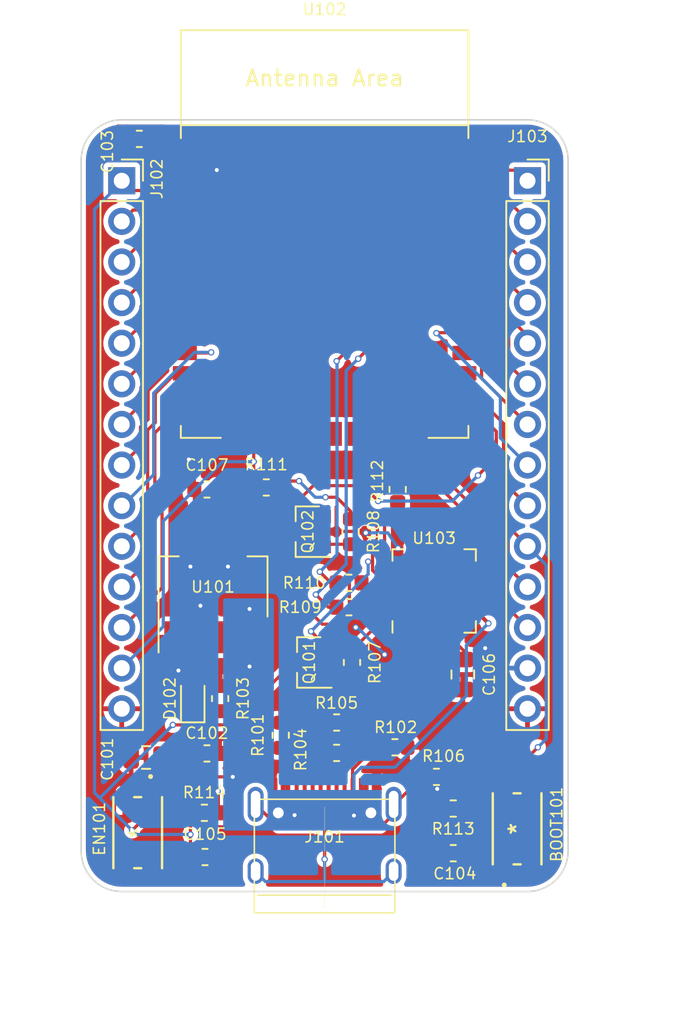
<source format=kicad_pcb>
(kicad_pcb (version 20211014) (generator pcbnew)
  (layers (0 "F.Cu" signal) (31 "B.Cu" signal) (34 "B.Paste" user) (35 "F.Paste" user) (36 "B.SilkS" user "B.Silkscreen") (37 "F.SilkS" user "F.Silkscreen") (38 "B.Mask" user) (39 "F.Mask" user) (44 "Edge.Cuts" user))
  (net 0 "")
  (net 1 "/IO0")
  (net 2 "GND")
  (net 3 "+5V")
  (net 4 "+3V3")
  (net 5 "/EN")
  (net 6 "Net-(D102-Pad1)")
  (net 7 "Net-(J101-PadA5)")
  (net 8 "/DP")
  (net 9 "/DM")
  (net 11 "Net-(J101-PadB5)")
  (net 13 "Net-(J101-PadS1)")
  (net 14 "/IO36")
  (net 15 "/IO39")
  (net 16 "/IO34")
  (net 17 "/IO35")
  (net 18 "/IO32")
  (net 19 "/IO33")
  (net 20 "/IO25")
  (net 21 "/IO26")
  (net 22 "/IO27")
  (net 23 "/IO14")
  (net 24 "/IO12")
  (net 25 "/IO13")
  (net 26 "/IO23")
  (net 27 "/IO22")
  (net 28 "/TXD0")
  (net 29 "/RXD0")
  (net 30 "/IO21")
  (net 31 "/IO19")
  (net 32 "/IO18")
  (net 33 "/IO5")
  (net 34 "/IO4")
  (net 35 "/IO2")
  (net 36 "/IO15")
  (net 37 "Net-(Q101-Pad1)")
  (net 38 "/RTS")
  (net 39 "Net-(Q102-Pad1)")
  (net 40 "/DTR")
  (net 41 "/USB_DM")
  (net 42 "/USB_DP")
  (net 43 "/TXD")
  (net 44 "/RXD")
  (net 45 "/CTS")
  (footprint "Package_DFN_QFN:QFN-28-1EP_5x5mm_P0.5mm_EP3.35x3.35mm" (layer "F.Cu") (at 108.458 109.474 90)
    (fp_text reference "U103")
    (fp_text value "CP2102N-A01-GQFN24_mod")
  )
  (footprint "Resistor_SMD:R_0603_1608Metric" (layer "F.Cu") (at 102.35 117.7)
    (fp_text reference "R105")
    (fp_text value "33R")
  )
  (footprint "Package_TO_SOT_SMD:SOT-23" (layer "F.Cu") (at 100.5466 105.7656 180)
    (fp_text reference "Q102")
    (fp_text value "BC817")
  )
  (footprint "Resistor_SMD:R_0603_1608Metric" (layer "F.Cu") (at 108.6 121.1)
    (fp_text reference "R106")
    (fp_text value "1M")
  )
  (footprint "Resistor_SMD:R_0603_1608Metric" (layer "F.Cu") (at 106.172 103.124 -90)
    (fp_text reference "R112")
    (fp_text value "DNP")
  )
  (footprint "Connector_PinSocket_2.54mm:PinSocket_1x14_P2.54mm_Vertical" (layer "F.Cu") (at 114.3 83.82)
    (fp_text reference "J103")
    (fp_text value "Conn_01x14")
  )
  (footprint "Package_TO_SOT_SMD:SOT-223-3_TabPin2" (layer "F.Cu") (at 94.615 109.22 90)
    (fp_text reference "U101")
    (fp_text value "AMS1117-3.3")
  )
  (footprint "Capacitor_SMD:C_0603_1608Metric" (layer "F.Cu") (at 109.65 125.874 180)
    (fp_text reference "C104")
    (fp_text value "0.1uF")
  )
  (footprint "LED_SMD:LED_0603_1608Metric" (layer "F.Cu") (at 93.345 116.205 90)
    (fp_text reference "D102")
    (fp_text value "LED")
  )
  (footprint "ToyTronics:KMR241GLFS" (layer "F.Cu") (at 89.9 124.59 -90)
    (fp_text reference "EN101")
    (fp_text value "EN" hide)
  )
  (footprint "Resistor_SMD:R_0603_1608Metric" (layer "F.Cu") (at 97.95 103)
    (fp_text reference "R111")
    (fp_text value "DNP")
  )
  (footprint "Resistor_SMD:R_0603_1608Metric" (layer "F.Cu") (at 102.35 119.6)
    (fp_text reference "R104")
    (fp_text value "33R")
  )
  (footprint "Resistor_SMD:R_0603_1608Metric" (layer "F.Cu") (at 103.124 108.966)
    (fp_text reference "R110")
    (fp_text value "1k")
  )
  (footprint "Capacitor_SMD:C_0805_2012Metric" (layer "F.Cu") (at 90.424 119.888 180)
    (fp_text reference "C101")
    (fp_text value "10uF")
  )
  (footprint "Capacitor_SMD:C_0805_2012Metric" (layer "F.Cu") (at 110.25 114.7 -90)
    (fp_text reference "C106")
    (fp_text value "10uF")
  )
  (footprint "Resistor_SMD:R_0603_1608Metric" (layer "F.Cu") (at 103.2256 105.7656 -90)
    (fp_text reference "R108")
    (fp_text value "10k")
  )
  (footprint "ToyTronics:KMR241GLFS" (layer "F.Cu") (at 113.65 124.35 90)
    (fp_text reference "BOOT101")
    (fp_text value "BOOT" hide)
  )
  (footprint "Resistor_SMD:R_0603_1608Metric_Pad1.05x0.95mm_HandSolder" (layer "F.Cu") (at 94.074117 123.347094)
    (fp_text reference "R114")
    (fp_text value "10k")
  )
  (footprint "Espressif:ESP32-WROOM-32E" (layer "F.Cu") (at 101.6 88.9)
    (fp_text reference "U102")
    (fp_text value "ESP32-WROOM-E")
  )
  (footprint "Resistor_SMD:R_0603_1608Metric" (layer "F.Cu") (at 98.85 118.5 90)
    (fp_text reference "R101")
    (fp_text value "5.1k")
  )
  (footprint "Capacitor_SMD:C_0603_1608Metric" (layer "F.Cu") (at 94.234 119.634)
    (fp_text reference "C102")
    (fp_text value "0.1uF")
  )
  (footprint "Resistor_SMD:R_0603_1608Metric" (layer "F.Cu") (at 95.06 116.205 -90)
    (fp_text reference "R103")
    (fp_text value "1k")
  )
  (footprint "USB-C-Power-tester:TYPE-C-31-M-12" (layer "F.Cu") (at 101.6 127)
    (fp_text reference "J101")
    (fp_text value "USB_C_Receptacle_USB2.0")
  )
  (footprint "Package_TO_SOT_SMD:SOT-23" (layer "F.Cu") (at 100.6348 113.9444 180)
    (fp_text reference "Q101")
    (fp_text value "BC817")
  )
  (footprint "Capacitor_SMD:C_0603_1608Metric" (layer "F.Cu") (at 94.234 103.124)
    (fp_text reference "C107")
    (fp_text value "0.1uF")
  )
  (footprint "Connector_PinSocket_2.54mm:PinSocket_1x14_P2.54mm_Vertical" (layer "F.Cu") (at 88.9 83.82)
    (fp_text reference "J102")
    (fp_text value "Conn_01x14")
  )
  (footprint "Resistor_SMD:R_0603_1608Metric" (layer "F.Cu") (at 103.124 110.49)
    (fp_text reference "R109")
    (fp_text value "1k")
  )
  (footprint "Resistor_SMD:R_0603_1608Metric" (layer "F.Cu") (at 106 119.25)
    (fp_text reference "R102")
    (fp_text value "5.1k")
  )
  (footprint "Resistor_SMD:R_0603_1608Metric_Pad1.05x0.95mm_HandSolder" (layer "F.Cu") (at 109.65 123.08 180)
    (fp_text reference "R113")
    (fp_text value "10k")
  )
  (footprint "Capacitor_SMD:C_0603_1608Metric" (layer "F.Cu") (at 94.1125 126.114)
    (fp_text reference "C105")
    (fp_text value "0.1uF")
  )
  (footprint "Capacitor_SMD:C_0603_1608Metric" (layer "F.Cu") (at 90 81.2 180)
    (fp_text reference "C103")
    (fp_text value "0.1uF")
  )
  (footprint "Resistor_SMD:R_0603_1608Metric" (layer "F.Cu") (at 103.3138 113.9444 -90)
    (fp_text reference "R107")
    (fp_text value "10k")
  )
  (gr_line (start 86.36 82.55) (end 86.36 125.73) (layer "Edge.Cuts") (width 0.1))
  (gr_arc (start 86.36 82.55) (mid 87.103949 80.753949) (end 88.9 80.01) (layer "Edge.Cuts") (width 0.1))
  (gr_line (start 116.84 125.73) (end 116.84 82.55) (layer "Edge.Cuts") (width 0.1))
  (gr_arc (start 116.84 125.73) (mid 116.096051 127.526051) (end 114.3 128.27) (layer "Edge.Cuts") (width 0.1))
  (gr_arc (start 114.3 80.01) (mid 116.096051 80.753949) (end 116.84 82.55) (layer "Edge.Cuts") (width 0.1))
  (gr_arc (start 88.9 128.27) (mid 87.103949 127.526051) (end 86.36 125.73) (layer "Edge.Cuts") (width 0.1))
  (gr_line (start 88.9 128.27) (end 114.3 128.27) (layer "Edge.Cuts") (width 0.1))
  (gr_line (start 114.3 80.01) (end 88.9 80.01) (layer "Edge.Cuts") (width 0.1))
  (segment (start 110.9466 126.3566) (end 110.45 125.86) (width 0.2) (layer "F.Cu") (net 1))
  (segment (start 111.25 98.4) (end 112.35 99.5) (width 0.2) (layer "F.Cu") (net 1))
  (segment (start 110.525 123.08) (end 110.525 125.735) (width 0.2) (layer "F.Cu") (net 1))
  (segment (start 111.2 102.25) (end 112.25 101.2) (width 0.2) (layer "F.Cu") (net 1))
  (segment (start 112.25 101.2) (end 112.35 101.2) (width 0.2) (layer "F.Cu") (net 1))
  (segment (start 100.8877 102.8877) (end 103.9877 102.8877) (width 0.2) (layer "F.Cu") (net 1))
  (segment (start 112.35 104.7) (end 114.3 106.65) (width 0.2) (layer "F.Cu") (net 1))
  (segment (start 114.95 119.25) (end 114.9 119.25) (width 0.2) (layer "F.Cu") (net 1))
  (segment (start 112.35 99.5) (end 112.35 101.2) (width 0.2) (layer "F.Cu") (net 1))
  (segment (start 112.845 122.3434) (end 112.845 121.355) (width 0.2) (layer "F.Cu") (net 1))
  (segment (start 99.5466 104.2288) (end 100.8877 102.8877) (width 0.2) (layer "F.Cu") (net 1))
  (segment (start 111.2666 122.3434) (end 110.55 123.06) (width 0.2) (layer "F.Cu") (net 1))
  (segment (start 112.845 121.355) (end 114.95 119.25) (width 0.2) (layer "F.Cu") (net 1))
  (segment (start 112.845 126.3566) (end 110.9466 126.3566) (width 0.2) (layer "F.Cu") (net 1))
  (segment (start 103.9877 102.8877) (end 104.95 103.85) (width 0.2) (layer "F.Cu") (net 1))
  (segment (start 112.845 122.3434) (end 111.2666 122.3434) (width 0.2) (layer "F.Cu") (net 1))
  (segment (start 99.5466 105.7656) (end 99.5466 104.2288) (width 0.2) (layer "F.Cu") (net 1))
  (segment (start 110.525 125.735) (end 110.4 125.86) (width 0.2) (layer "F.Cu") (net 1))
  (segment (start 110.35 98.4) (end 111.25 98.4) (width 0.2) (layer "F.Cu") (net 1))
  (segment (start 112.35 101.2) (end 112.35 104.7) (width 0.2) (layer "F.Cu") (net 1))
  (via (at 111.2 102.25) (size 0.4) (drill 0.25) (layers "F.Cu" "B.Cu") (net 1))
  (via (at 104.95 103.85) (size 0.4) (drill 0.25) (layers "F.Cu" "B.Cu") (net 1))
  (via (at 114.95 119.25) (size 0.4) (drill 0.25) (layers "F.Cu" "B.Cu") (net 1))
  (segment (start 115.474511 107.854511) (end 115.474511 118.725489) (width 0.2) (layer "B.Cu") (net 1))
  (segment (start 114.3 106.68) (end 115.474511 107.854511) (width 0.2) (layer "B.Cu") (net 1))
  (segment (start 111.2 102.25) (end 109.6 103.85) (width 0.2) (layer "B.Cu") (net 1))
  (segment (start 115.474511 118.725489) (end 114.95 119.25) (width 0.2) (layer "B.Cu") (net 1))
  (segment (start 109.6 103.85) (end 104.95 103.85) (width 0.2) (layer "B.Cu") (net 1))
  (segment (start 102.2 105.7) (end 102.25 105.75) (width 0.2) (layer "F.Cu") (net 2))
  (segment (start 100.75 107.418022) (end 100.75 106.8) (width 0.2) (layer "F.Cu") (net 2))
  (segment (start 107.958 109.992) (end 108.45 109.5) (width 0.2) (layer "F.Cu") (net 2))
  (segment (start 105.54852 103.09852) (end 107.44852 103.09852) (width 0.2) (layer "F.Cu") (net 2))
  (segment (start 89.2125 81.2) (end 89.2125 80.4125) (width 0.2) (layer "F.Cu") (net 2))
  (segment (start 102.35 105.55) (end 102.321111 105.521111) (width 0.2) (layer "F.Cu") (net 2))
  (segment (start 104.45 102) (end 105.54852 103.09852) (width 0.2) (layer "F.Cu") (net 2))
  (segment (start 89.2125 80.4125) (end 89.225 80.4) (width 0.2) (layer "F.Cu") (net 2))
  (segment (start 100.963178 105.8) (end 102 105.8) (width 0.2) (layer "F.Cu") (net 2))
  (segment (start 107.958 111.924) (end 107.958 109.992) (width 0.2) (layer "F.Cu") (net 2))
  (segment (start 102.321111 105.521111) (end 102.321111 104.221111) (width 0.2) (layer "F.Cu") (net 2))
  (segment (start 104.7 121.9) (end 104.7 120.9052) (width 0.2) (layer "F.Cu") (net 2))
  (segment (start 88.65 80.4) (end 88.6 80.45) (width 0.2) (layer "F.Cu") (net 2))
  (segment (start 104.7 121.9) (end 104.7 122.8864) (width 0.2) (layer "F.Cu") (net 2))
  (segment (start 103.14948 111.34948) (end 103.14948 107.90052) (width 0.2) (layer "F.Cu") (net 2))
  (segment (start 102 105.8) (end 102.1 105.8) (width 0.2) (layer "F.Cu") (net 2))
  (segment (start 102.1 105.8) (end 102.2 105.7) (width 0.2) (layer "F.Cu") (net 2))
  (segment (start 104.7 120.9052) (end 104.7 120.85) (width 0.2) (layer "F.Cu") (net 2))
  (segment (start 104.091514 105.75) (end 104.179281 105.837767) (width 0.2) (layer "F.Cu") (net 2))
  (segment (start 98.5 121.9) (end 98.5 122.8864) (width 0.2) (layer "F.Cu") (net 2))
  (segment (start 100.881978 107.55) (end 100.75 107.418022) (width 0.2) (layer "F.Cu") (net 2))
  (segment (start 102.2 105.7) (end 102.35 105.55) (width 0.2) (layer "F.Cu") (net 2))
  (segment (start 100.772089 106.477911) (end 100.772089 105.991089) (width 0.2) (layer "F.Cu") (net 2))
  (segment (start 98.5 121.9) (end 98.5 120.956) (width 0.2) (layer "F.Cu") (net 2))
  (segment (start 98.2 120.65) (end 98 120.45) (width 0.2) (layer "F.Cu") (net 2))
  (segment (start 100.75 106.5) (end 100.772089 106.477911) (width 0.2) (layer "F.Cu") (net 2))
  (segment (start 97.95 102.3) (end 97.95 104) (width 0.2) (layer "F.Cu") (net 2))
  (segment (start 89.225 80.4) (end 91.55 80.4) (width 0.2) (layer "F.Cu") (net 2))
  (segment (start 103.14948 107.90052) (end 102.79896 107.55) (width 0.2) (layer "F.Cu") (net 2))
  (segment (start 98.5 120.956) (end 98.5 120.75) (width 0.2) (layer "F.Cu") (net 2))
  (segment (start 104.9 114) (end 104.86988 113.96988) (width 0.2) (layer "F.Cu") (net 2))
  (segment (start 98.5 122.8864) (end 98.298 123.0884) (width 0.2) (layer "F.Cu") (net 2))
  (segment (start 105 121.9) (end 105 120.9) (width 0.2) (layer "F.Cu") (net 2))
  (segment (start 100.772089 105.991089) (end 100.963178 105.8) (width 0.2) (layer "F.Cu") (net 2))
  (segment (start 107.44852 103.09852) (end 107.45 103.1) (width 0.2) (layer "F.Cu") (net 2))
  (segment (start 98.5 120.75) (end 98.3 120.55) (width 0.2) (layer "F.Cu") (net 2))
  (segment (start 107.958 111.924) (end 107.958 112.992) (width 0.2) (layer "F.Cu") (net 2))
  (segment (start 104.7 122.8864) (end 104.902 123.0884) (width 0.2) (layer "F.Cu") (net 2))
  (segment (start 105 120.9) (end 105.25 120.65) (width 0.2) (layer "F.Cu") (net 2))
  (segment (start 102.25 105.75) (end 104.091514 105.75) (width 0.2) (layer "F.Cu") (net 2))
  (segment (start 107.958 112.992) (end 107.55 113.4) (width 0.2) (layer "F.Cu") (net 2))
  (segment (start 89.225 80.4) (end 88.65 80.4) (width 0.2) (layer "F.Cu") (net 2))
  (segment (start 102.79896 107.55) (end 100.881978 107.55) (width 0.2) (layer "F.Cu") (net 2))
  (segment (start 98.2 121.9) (end 98.2 120.65) (width 0.2) (layer "F.Cu") (net 2))
  (segment (start 104.7 120.85) (end 105 120.55) (width 0.2) (layer "F.Cu") (net 2))
  (segment (start 104.86988 113.96988) (end 102.36988 113.96988) (width 0.2) (layer "F.Cu") (net 2))
  (segment (start 98.9 101.35) (end 97.95 102.3) (width 0.2) (layer "F.Cu") (net 2))
  (segment (start 103.55 111.75) (end 103.14948 111.34948) (width 0.2) (layer "F.Cu") (net 2))
  (segment (start 100.75 106.8) (end 100.75 106.5) (width 0.2) (layer "F.Cu") (net 2))
  (via (at 103.55 111.75) (size 0.4) (drill 0.25) (layers "F.Cu" "B.Cu") (net 2))
  (via (at 105.35 113.45) (size 0.4) (drill 0.25) (layers "F.Cu" "B.Cu") (net 2))
  (via (at 106.2 106.8) (size 0.4) (drill 0.25) (layers "F.Cu" "B.Cu") (net 2))
  (via (at 104.179281 105.837767) (size 0.4) (drill 0.25) (layers "F.Cu" "B.Cu") (net 2))
  (segment (start 103.55 111.75) (end 103.65 111.75) (width 0.2) (layer "B.Cu") (net 2))
  (segment (start 106.2 106.8) (end 105.562233 105.837767) (width 0.2) (layer "B.Cu") (net 2))
  (segment (start 103.65 111.75) (end 105.35 113.45) (width 0.2) (layer "B.Cu") (net 2))
  (segment (start 105.562233 105.837767) (end 104.179281 105.837767) (width 0.2) (layer "B.Cu") (net 2))
  (segment (start 99.3 123.0744) (end 99.7204 123.4948) (width 0.2) (layer "F.Cu") (net 3))
  (segment (start 104.2 122.756918) (end 103.436418 123.5205) (width 0.2) (layer "F.Cu") (net 3))
  (segment (start 111.374 110.974) (end 110.908 110.974) (width 0.25) (layer "F.Cu") (net 3))
  (segment (start 103.309718 123.6472) (end 103.436418 123.5205) (width 0.2) (layer "F.Cu") (net 3))
  (segment (start 96.915 112.37) (end 96.915 114.185) (width 0.2) (layer "F.Cu") (net 3))
  (segment (start 103.9 121.9) (end 103.9 122.9728) (width 0.2) (layer "F.Cu") (net 3))
  (segment (start 103.436418 123.436382) (end 103.436418 123.5205) (width 0.2) (layer "F.Cu") (net 3))
  (segment (start 99.7204 123.4948) (end 99.8728 123.6472) (width 0.2) (layer "F.Cu") (net 3))
  (segment (start 96.915 112.37) (end 96.915 110.615) (width 0.2) (layer "F.Cu") (net 3))
  (segment (start 96.915 114.185) (end 96.9 114.2) (width 0.2) (layer "F.Cu") (net 3))
  (segment (start 111.324 110.974) (end 111.85 111.5) (width 0.25) (layer "F.Cu") (net 3))
  (segment (start 93.4465 119.634) (end 91.416 119.634) (width 0.2) (layer "F.Cu") (net 3))
  (segment (start 103.9 122.9728) (end 103.436418 123.436382) (width 0.2) (layer "F.Cu") (net 3))
  (segment (start 96.915 110.615) (end 96.9 110.6) (width 0.2) (layer "F.Cu") (net 3))
  (segment (start 110.908 110.974) (end 111.324 110.974) (width 0.25) (layer "F.Cu") (net 3))
  (segment (start 99 122.8252) (end 99.4664 123.2916) (width 0.2) (layer "F.Cu") (net 3))
  (segment (start 99 121.9) (end 99 122.8252) (width 0.2) (layer "F.Cu") (net 3))
  (segment (start 93.4465 119.634) (end 94.9125 121.1) (width 0.2) (layer "F.Cu") (net 3))
  (segment (start 104.2 121.9) (end 104.2 122.756918) (width 0.2) (layer "F.Cu") (net 3))
  (segment (start 99.3 121.9) (end 99.3 123.0744) (width 0.2) (layer "F.Cu") (net 3))
  (segment (start 94.9125 121.1) (end 95.85 121.1) (width 0.2) (layer "F.Cu") (net 3))
  (segment (start 99.8728 123.6472) (end 103.309718 123.6472) (width 0.2) (layer "F.Cu") (net 3))
  (via (at 111.85 111.5) (size 0.4) (drill 0.25) (layers "F.Cu" "B.Cu") (net 3))
  (via (at 103.436418 123.5205) (size 0.4) (drill 0.25) (layers "F.Cu" "B.Cu") (net 3))
  (via (at 96.9 110.6) (size 0.4) (drill 0.25) (layers "F.Cu" "B.Cu") (net 3))
  (via (at 99.7204 123.4948) (size 0.4) (drill 0.25) (layers "F.Cu" "B.Cu") (net 3))
  (via (at 96.9 114.2) (size 0.4) (drill 0.25) (layers "F.Cu" "B.Cu") (net 3))
  (via (at 95.85 121.1) (size 0.4) (drill 0.25) (layers "F.Cu" "B.Cu") (net 3))
  (segment (start 103.9 120.5) (end 103.436418 120.963582) (width 0.2) (layer "B.Cu") (net 3))
  (segment (start 103.436418 120.963582) (end 103.436418 123.5205) (width 0.2) (layer "B.Cu") (net 3))
  (segment (start 110.475 116.025) (end 106 120.5) (width 0.2) (layer "B.Cu") (net 3))
  (segment (start 106 120.5) (end 103.9 120.5) (width 0.2) (layer "B.Cu") (net 3))
  (segment (start 111.85 111.5) (end 110.475 112.875) (width 0.2) (layer "B.Cu") (net 3))
  (segment (start 110.475 112.925) (end 110.475 116.025) (width 0.2) (layer "B.Cu") (net 3))
  (segment (start 110.475 112.875) (end 110.475 112.925) (width 0.2) (layer "B.Cu") (net 3))
  (segment (start 93.4465 101.5965) (end 93.1 101.25) (width 0.2) (layer "F.Cu") (net 4))
  (segment (start 94.6 113.45) (end 94.6 112.45) (width 0.2) (layer "F.Cu") (net 4))
  (segment (start 94.615 106.07) (end 94.615 106.535) (width 0.2) (layer "F.Cu") (net 4))
  (segment (start 110.25 113.7625) (end 110.9375 113.7625) (width 0.2) (layer "F.Cu") (net 4))
  (segment (start 93.345 115.4175) (end 93.345 115.345) (width 0.2) (layer "F.Cu") (net 4))
  (segment (start 94.615 112.37) (end 94.615 111.186641) (width 0.2) (layer "F.Cu") (net 4))
  (segment (start 93.4465 103.124) (end 93.4465 104.8965) (width 0.2) (layer "F.Cu") (net 4))
  (segment (start 94.615 106.07) (end 94.615 107.015) (width 0.2) (layer "F.Cu") (net 4))
  (segment (start 94.615 107.015) (end 95.55 107.95) (width 0.2) (layer "F.Cu") (net 4))
  (segment (start 109.958 111.924) (end 109.958 112.858) (width 0.2) (layer "F.Cu") (net 4))
  (segment (start 94.84 83.16) (end 94.85 83.15) (width 0.2) (layer "F.Cu") (net 4))
  (segment (start 92.85 83.16) (end 94.84 83.16) (width 0.2) (layer "F.Cu") (net 4))
  (segment (start 109.958 112.858) (end 110.55 113.45) (width 0.2) (layer "F.Cu") (net 4))
  (segment (start 108.65 121.85) (end 108.775 121.835) (width 0.2) (layer "F.Cu") (net 4))
  (segment (start 92.85 83.16) (end 91.71 83.16) (width 0.2) (layer "F.Cu") (net 4))
  (segment (start 94.949117 123.347094) (end 94.949117 122.049117) (width 0.2) (layer "F.Cu") (net 4))
  (segment (start 93.345 114.705) (end 94.6 113.45) (width 0.2) (layer "F.Cu") (net 4))
  (segment (start 109.458 111.924) (end 109.458 112.958) (width 0.2) (layer "F.Cu") (net 4))
  (segment (start 93.4465 103.124) (end 93.4465 101.5965) (width 0.2) (layer "F.Cu") (net 4))
  (segment (start 109.458 112.958) (end 110.25 113.75) (width 0.2) (layer "F.Cu") (net 4))
  (segment (start 94.615 111.186641) (end 93.8255 110.397141) (width 0.2) (layer "F.Cu") (net 4))
  (segment (start 108.775 121.835) (end 108.775 123.08) (width 0.2) (layer "F.Cu") (net 4))
  (segment (start 94.615 106.535) (end 93.2 107.95) (width 0.2) (layer "F.Cu") (net 4))
  (segment (start 110.9375 113.7625) (end 111.65 113.05) (width 0.2) (layer "F.Cu") (net 4))
  (segment (start 90.7875 80.95) (end 90.7875 82.2375) (width 0.2) (layer "F.Cu") (net 4))
  (segment (start 93.345 115.345) (end 92.45 114.45) (width 0.2) (layer "F.Cu") (net 4))
  (segment (start 94.949117 122.049117) (end 94.9 122) (width 0.2) (layer "F.Cu") (net 4))
  (segment (start 91.71 83.16) (end 90.7875 82.2375) (width 0.2) (layer "F.Cu") (net 4))
  (segment (start 93.4465 104.8965) (end 94.55 106) (width 0.2) (layer "F.Cu") (net 4))
  (segment (start 93.345 115.4175) (end 93.345 114.705) (width 0.2) (layer "F.Cu") (net 4))
  (via (at 93.8255 110.397141) (size 0.4) (drill 0.25) (layers "F.Cu" "B.Cu") (net 4))
  (via (at 94.9 122) (size 0.4) (drill 0.25) (layers "F.Cu" "B.Cu") (net 4))
  (via (at 94.85 83.15) (size 0.4) (drill 0.25) (layers "F.Cu" "B.Cu") (net 4))
  (via (at 108.65 121.85) (size 0.4) (drill 0.25) (layers "F.Cu" "B.Cu") (net 4))
  (via (at 93.1 101.25) (size 0.4) (drill 0.25) (layers "F.Cu" "B.Cu") (net 4))
  (via (at 92.45 114.45) (size 0.4) (drill 0.25) (layers "F.Cu" "B.Cu") (net 4))
  (via (at 93.2 107.95) (size 0.4) (drill 0.25) (layers "F.Cu" "B.Cu") (net 4))
  (via (at 95.55 107.95) (size 0.4) (drill 0.25) (layers "F.Cu" "B.Cu") (net 4))
  (via (at 111.65 113.05) (size 0.4) (drill 0.25) (layers "F.Cu" "B.Cu") (net 4))
  (segment (start 116.15 120.3) (end 116.15 104.3) (width 0.2) (layer "B.Cu") (net 4))
  (segment (start 115.8 120.65) (end 116.15 120.3) (width 0.2) (layer "B.Cu") (net 4))
  (segment (start 99.6348 113.9444) (end 95.7292 117.85) (width 0.2) (layer "F.Cu") (net 5))
  (segment (start 92.85 84.43) (end 89.48 84.43) (width 0.2) (layer "F.Cu") (net 5))
  (segment (start 90.705 122.5834) (end 90.705 123.295) (width 0.2) (layer "F.Cu") (net 5))
  (segment (start 93.199117 123.347094) (end 91.497094 123.347094) (width 0.2) (layer "F.Cu") (net 5))
  (segment (start 93.199117 125.999117) (end 93.3 126.1) (width 0.2) (layer "F.Cu") (net 5))
  (segment (start 90.705 123.295) (end 89.55 124.45) (width 0.2) (layer "F.Cu") (net 5))
  (segment (start 93.325 126.114) (end 91.186 126.114) (width 0.2) (layer "F.Cu") (net 5))
  (segment (start 91.186 126.114) (end 90.7 126.6) (width 0.2) (layer "F.Cu") (net 5))
  (segment (start 91.497094 123.347094) (end 90.7 122.55) (width 0.2) (layer "F.Cu") (net 5))
  (segment (start 95.7292 117.85) (end 92.1 117.85) (width 0.2) (layer "F.Cu") (net 5))
  (segment (start 89.48 84.43) (end 88.9 83.85) (width 0.2) (layer "F.Cu") (net 5))
  (segment (start 93.199117 123.347094) (end 93.199117 125.999117) (width 0.2) (layer "F.Cu") (net 5))
  (via (at 89.55 124.45) (size 0.4) (drill 0.25) (layers "F.Cu" "B.Cu") (net 5))
  (via (at 92.1 117.85) (size 0.4) (drill 0.25) (layers "F.Cu" "B.Cu") (net 5))
  (via (at 93.199117 124.700883) (size 0.4) (drill 0.25) (layers "F.Cu" "B.Cu") (net 5))
  (segment (start 87.2 85.6) (end 87.2 122.1) (width 0.2) (layer "B.Cu") (net 5))
  (segment (start 88.9 83.85) (end 88.9 83.9) (width 0.2) (layer "B.Cu") (net 5))
  (segment (start 89.55 124.45) (end 89.800883 124.700883) (width 0.2) (layer "B.Cu") (net 5))
  (segment (start 89.800883 124.700883) (end 93.199117 124.700883) (width 0.2) (layer "B.Cu") (net 5))
  (segment (start 88.9 83.9) (end 87.2 85.6) (width 0.2) (layer "B.Cu") (net 5))
  (segment (start 88.9 83.82) (end 88.9 83.85) (width 0.2) (layer "B.Cu") (net 5))
  (segment (start 87.2 122.1) (end 87.55 122.45) (width 0.2) (layer "B.Cu") (net 5))
  (segment (start 92.1 117.85) (end 87.55 122.4) (width 0.2) (layer "B.Cu") (net 5))
  (segment (start 87.55 122.45) (end 89.55 124.45) (width 0.2) (layer "B.Cu") (net 5))
  (segment (start 87.55 122.4) (end 87.55 122.45) (width 0.2) (layer "B.Cu") (net 5))
  (segment (start 93.345 116.9925) (end 95.0425 116.9925) (width 0.2) (layer "F.Cu") (net 6))
  (segment (start 100.35 120.8) (end 98.85 119.3) (width 0.2) (layer "F.Cu") (net 7))
  (segment (start 100.35 121.9) (end 100.35 120.8) (width 0.2) (layer "F.Cu") (net 7))
  (segment (start 102.35 121.9) (end 102.35 118.5) (width 0.2) (layer "F.Cu") (net 8))
  (segment (start 102.35 122.899022) (end 102.35 121.9) (width 0.2) (layer "F.Cu") (net 8))
  (segment (start 101.5625 117.7125) (end 101.5625 117.7) (width 0.2) (layer "F.Cu") (net 8))
  (segment (start 101.35 121.9) (end 101.35 122.899022) (width 0.2) (layer "F.Cu") (net 8))
  (segment (start 101.35 122.899022) (end 101.600978 123.15) (width 0.2) (layer "F.Cu") (net 8))
  (segment (start 102.099022 123.15) (end 102.35 122.899022) (width 0.2) (layer "F.Cu") (net 8))
  (segment (start 102.35 118.5) (end 101.5625 117.7125) (width 0.2) (layer "F.Cu") (net 8))
  (segment (start 101.600978 123.15) (end 102.099022 123.15) (width 0.2) (layer "F.Cu") (net 8))
  (segment (start 101.85 121.9) (end 101.85 119.9) (width 0.2) (layer "F.Cu") (net 9))
  (segment (start 100.85 121.9) (end 100.85 120.3) (width 0.2) (layer "F.Cu") (net 9))
  (segment (start 101.85 119.9) (end 101.6 119.65) (width 0.2) (layer "F.Cu") (net 9))
  (segment (start 100.85 120.3) (end 101.5 119.65) (width 0.2) (layer "F.Cu") (net 9))
  (segment (start 103.35 120.63686) (end 104.68686 119.3) (width 0.2) (layer "F.Cu") (net 11))
  (segment (start 104.68686 119.3) (end 105.2 119.3) (width 0.2) (layer "F.Cu") (net 11))
  (segment (start 103.35 121.9) (end 103.35 120.63686) (width 0.2) (layer "F.Cu") (net 11))
  (segment (start 107.7 121.1) (end 105.9 122.9) (width 0.2) (layer "F.Cu") (net 13))
  (segment (start 101.6 124.35) (end 101.705 124.245) (width 0.2) (layer "F.Cu") (net 13))
  (segment (start 101.6 126.25) (end 101.6 124.35) (width 0.2) (layer "F.Cu") (net 13))
  (segment (start 97.28 122.82) (end 98.705 124.245) (width 0.2) (layer "F.Cu") (net 13))
  (segment (start 105.1 124.25) (end 105.92 123.43) (width 0.2) (layer "F.Cu") (net 13))
  (segment (start 107.8125 121.1) (end 107.7 121.1) (width 0.2) (layer "F.Cu") (net 13))
  (segment (start 101.705 124.245) (end 105.095 124.245) (width 0.2) (layer "F.Cu") (net 13))
  (segment (start 98.705 124.245) (end 101.705 124.245) (width 0.2) (layer "F.Cu") (net 13))
  (segment (start 105.92 123.43) (end 105.92 122.82) (width 0.2) (layer "F.Cu") (net 13))
  (segment (start 105.095 124.245) (end 105.1 124.25) (width 0.2) (layer "F.Cu") (net 13))
  (via (at 101.6 126.25) (size 0.4) (drill 0.25) (layers "F.Cu" "B.Cu") (net 13))
  (segment (start 101.55 127.65) (end 105.3 127.65) (width 0.2) (layer "B.Cu") (net 13))
  (segment (start 105.3 127.65) (end 105.9 127.05) (width 0.2) (layer "B.Cu") (net 13))
  (segment (start 101.6 126.25) (end 101.6 127.6) (width 0.2) (layer "B.Cu") (net 13))
  (segment (start 97.9 127.65) (end 101.55 127.65) (width 0.2) (layer "B.Cu") (net 13))
  (segment (start 101.6 127.6) (end 101.55 127.65) (width 0.2) (layer "B.Cu") (net 13))
  (segment (start 97.28 127) (end 97.28 127.03) (width 0.2) (layer "B.Cu") (net 13))
  (segment (start 97.28 127.03) (end 97.9 127.65) (width 0.2) (layer "B.Cu") (net 13))
  (segment (start 89.61 85.65) (end 92.8 85.65) (width 0.2) (layer "F.Cu") (net 14))
  (segment (start 88.9 86.36) (end 89.61 85.65) (width 0.2) (layer "F.Cu") (net 14))
  (segment (start 92.85 86.97) (end 90.83 86.97) (width 0.2) (layer "F.Cu") (net 15))
  (segment (start 90.83 86.97) (end 88.9 88.9) (width 0.2) (layer "F.Cu") (net 15))
  (segment (start 92.85 88.24) (end 92.11 88.24) (width 0.2) (layer "F.Cu") (net 16))
  (segment (start 92.11 88.24) (end 88.9 91.45) (width 0.2) (layer "F.Cu") (net 16))
  (segment (start 92.85 89.51) (end 92.270978 89.51) (width 0.2) (layer "F.Cu") (net 17))
  (segment (start 90.1 91.680978) (end 90.1 92.85) (width 0.2) (layer "F.Cu") (net 17))
  (segment (start 90.1 92.85) (end 88.9 94.05) (width 0.2) (layer "F.Cu") (net 17))
  (segment (start 92.270978 89.51) (end 90.1 91.680978) (width 0.2) (layer "F.Cu") (net 17))
  (segment (start 92.85 90.78) (end 92.270978 90.78) (width 0.2) (layer "F.Cu") (net 18))
  (segment (start 90.876468 92.17451) (end 90.876468 94.573532) (width 0.2) (layer "F.Cu") (net 18))
  (segment (start 92.270978 90.78) (end 90.876468 92.17451) (width 0.2) (layer "F.Cu") (net 18))
  (segment (start 90.876468 94.573532) (end 88.9 96.55) (width 0.2) (layer "F.Cu") (net 18))
  (segment (start 91.325978 95.533592) (end 90.100978 96.758593) (width 0.2) (layer "F.Cu") (net 19))
  (segment (start 92.270978 92.05) (end 91.325978 92.995) (width 0.2) (layer "F.Cu") (net 19))
  (segment (start 90.100978 96.758593) (end 90.100979 97.799021) (width 0.2) (layer "F.Cu") (net 19))
  (segment (start 90.100979 97.799021) (end 88.85 99.05) (width 0.2) (layer "F.Cu") (net 19))
  (segment (start 91.325978 92.995) (end 91.325978 95.533592) (width 0.2) (layer "F.Cu") (net 19))
  (segment (start 92.85 92.05) (end 92.270978 92.05) (width 0.2) (layer "F.Cu") (net 19))
  (segment (start 90.07451 99.218378) (end 90.07451 100.42549) (width 0.2) (layer "F.Cu") (net 20))
  (segment (start 91.775489 95.719785) (end 90.550489 96.944785) (width 0.2) (layer "F.Cu") (net 20))
  (segment (start 92.85 93.32) (end 92.270978 93.32) (width 0.2) (layer "F.Cu") (net 20))
  (segment (start 90.550489 98.742399) (end 90.07451 99.218378) (width 0.2) (layer "F.Cu") (net 20))
  (segment (start 90.07451 100.42549) (end 88.9 101.6) (width 0.2) (layer "F.Cu") (net 20))
  (segment (start 92.270978 93.32) (end 91.775489 93.815489) (width 0.2) (layer "F.Cu") (net 20))
  (segment (start 90.550489 96.944785) (end 90.550489 98.742399) (width 0.2) (layer "F.Cu") (net 20))
  (segment (start 91.775489 93.815489) (end 91.775489 95.719785) (width 0.2) (layer "F.Cu") (net 20))
  (segment (start 92.85 94.59) (end 94.46 94.59) (width 0.2) (layer "F.Cu") (net 21))
  (segment (start 94.46 94.59) (end 94.5 94.55) (width 0.2) (layer "F.Cu") (net 21))
  (via (at 94.5 94.55) (size 0.4) (drill 0.25) (layers "F.Cu" "B.Cu") (net 21))
  (segment (start 93.45 94.55) (end 90.9 97.1) (width 0.2) (layer "B.Cu") (net 21))
  (segment (start 90.9 102.2) (end 88.9 104.2) (width 0.2) (layer "B.Cu") (net 21))
  (segment (start 94.5 94.55) (end 93.45 94.55) (width 0.2) (layer "B.Cu") (net 21))
  (segment (start 90.9 97.1) (end 90.9 102.2) (width 0.2) (layer "B.Cu") (net 21))
  (segment (start 91 98.928592) (end 90.52402 99.404572) (width 0.2) (layer "F.Cu") (net 22))
  (segment (start 90.52402 105.07598) (end 88.9 106.7) (width 0.2) (layer "F.Cu") (net 22))
  (segment (start 90.52402 99.404572) (end 90.52402 105.07598) (width 0.2) (layer "F.Cu") (net 22))
  (segment (start 91 97.130978) (end 91 98.928592) (width 0.2) (layer "F.Cu") (net 22))
  (segment (start 92.270978 95.86) (end 91 97.130978) (width 0.2) (layer "F.Cu") (net 22))
  (segment (start 92.85 95.86) (end 92.270978 95.86) (width 0.2) (layer "F.Cu") (net 22))
  (segment (start 91.450489 99.113807) (end 90.973531 99.590765) (width 0.2) (layer "F.Cu") (net 23))
  (segment (start 90.973531 107.176469) (end 88.9 109.25) (width 0.2) (layer "F.Cu") (net 23))
  (segment (start 90.973531 99.590765) (end 90.973531 107.176469) (width 0.2) (layer "F.Cu") (net 23))
  (segment (start 92.270978 97.13) (end 91.450489 97.950489) (width 0.2) (layer "F.Cu") (net 23))
  (segment (start 92.85 97.13) (end 92.270978 97.13) (width 0.2) (layer "F.Cu") (net 23))
  (segment (start 91.450489 97.950489) (end 91.450489 99.113807) (width 0.2) (layer "F.Cu") (net 23))
  (segment (start 91.423042 99.826958) (end 91.423042 109.276958) (width 0.2) (layer "F.Cu") (net 24))
  (segment (start 92.85 98.4) (end 91.5 99.75) (width 0.2) (layer "F.Cu") (net 24))
  (segment (start 91.5 99.75) (end 91.423042 99.826958) (width 0.2) (layer "F.Cu") (net 24))
  (segment (start 91.423042 109.276958) (end 88.95 111.75) (width 0.2) (layer "F.Cu") (net 24))
  (segment (start 97.1625 101.3875) (end 97.1625 99.7125) (width 0.2) (layer "F.Cu") (net 25))
  (segment (start 97.1625 99.7125) (end 97.15 99.7) (width 0.2) (layer "F.Cu") (net 25))
  (segment (start 97.1625 103) (end 97.1625 101.3875) (width 0.2) (layer "F.Cu") (net 25))
  (via (at 97.1625 101.3875) (size 0.4) (drill 0.25) (layers "F.Cu" "B.Cu") (net 25))
  (segment (start 88.9 114.3) (end 91.5 111.7) (width 0.2) (layer "B.Cu") (net 25))
  (segment (start 95.2125 101.3875) (end 97.1625 101.3875) (width 0.2) (layer "B.Cu") (net 25))
  (segment (start 91.5 111.7) (end 91.5 105.1) (width 0.2) (layer "B.Cu") (net 25))
  (segment (start 91.5 105.1) (end 95.2125 101.3875) (width 0.2) (layer "B.Cu") (net 25))
  (segment (start 113.61 83.16) (end 114.25 83.8) (width 0.2) (layer "F.Cu") (net 26))
  (segment (start 110.35 83.16) (end 113.61 83.16) (width 0.2) (layer "F.Cu") (net 26))
  (segment (start 112.43 84.43) (end 114.35 86.35) (width 0.2) (layer "F.Cu") (net 27))
  (segment (start 110.35 84.43) (end 112.43 84.43) (width 0.2) (layer "F.Cu") (net 27))
  (segment (start 101.9915 108.966) (end 101.3 108.2745) (width 0.2) (layer "F.Cu") (net 28))
  (segment (start 110.929022 85.7) (end 114.129022 88.9) (width 0.2) (layer "F.Cu") (net 28))
  (segment (start 104.5 91.75) (end 104.5 92.95) (width 0.2) (layer "F.Cu") (net 28))
  (segment (start 110.35 85.7) (end 107.95 85.7) (width 0.2) (layer "F.Cu") (net 28))
  (segment (start 102.3365 108.966) (end 101.9915 108.966) (width 0.2) (layer "F.Cu") (net 28))
  (segment (start 114.129022 88.9) (end 114.3 88.9) (width 0.2) (layer "F.Cu") (net 28))
  (segment (start 107.95 85.7) (end 104.55 89.1) (width 0.2) (layer "F.Cu") (net 28))
  (segment (start 104.5 89.15) (end 104.5 91.75) (width 0.2) (layer "F.Cu") (net 28))
  (segment (start 104.55 89.1) (end 104.5 89.15) (width 0.2) (layer "F.Cu") (net 28))
  (segment (start 104.5 92.95) (end 102.35 95.1) (width 0.2) (layer "F.Cu") (net 28))
  (segment (start 110.35 85.7) (end 110.929022 85.7) (width 0.2) (layer "F.Cu") (net 28))
  (via (at 102.35 95.1) (size 0.4) (drill 0.25) (layers "F.Cu" "B.Cu") (net 28))
  (via (at 101.3 108.2745) (size 0.4) (drill 0.25) (layers "F.Cu" "B.Cu") (net 28))
  (segment (start 102.35 95.1) (end 102.37602 95.12602) (width 0.2) (layer "B.Cu") (net 28))
  (segment (start 102.37602 95.12602) (end 102.37602 107.19848) (width 0.2) (layer "B.Cu") (net 28))
  (segment (start 102.37602 107.19848) (end 101.3 108.2745) (width 0.2) (layer "B.Cu") (net 28))
  (segment (start 113.099511 90.199511) (end 114.35 91.45) (width 0.2) (layer "F.Cu") (net 29))
  (segment (start 107.33 86.97) (end 104.95 89.35) (width 0.2) (layer "F.Cu") (net 29))
  (segment (start 102.3365 110.49) (end 101.84 110.49) (width 0.2) (layer "F.Cu") (net 29))
  (segment (start 104.95 93.7) (end 103.7 94.95) (width 0.2) (layer "F.Cu") (net 29))
  (segment (start 110.35 86.97) (end 107.33 86.97) (width 0.2) (layer "F.Cu") (net 29))
  (segment (start 113.099511 89.313807) (end 113.099511 90.199511) (width 0.2) (layer "F.Cu") (net 29))
  (segment (start 110.755704 86.97) (end 113.099511 89.313807) (width 0.2) (layer "F.Cu") (net 29))
  (segment (start 104.95 89.35) (end 104.95 92.9) (width 0.2) (layer "F.Cu") (net 29))
  (segment (start 110.35 86.97) (end 110.755704 86.97) (width 0.2) (layer "F.Cu") (net 29))
  (segment (start 101.84 110.49) (end 101.05 109.7) (width 0.2) (layer "F.Cu") (net 29))
  (segment (start 104.95 92.9) (end 104.95 93.7) (width 0.2) (layer "F.Cu") (net 29))
  (via (at 101.05 109.7) (size 0.4) (drill 0.25) (layers "F.Cu" "B.Cu") (net 29))
  (via (at 103.7 94.95) (size 0.4) (drill 0.25) (layers "F.Cu" "B.Cu") (net 29))
  (segment (start 102.95 107.45) (end 102.95 107.8) (width 0.2) (layer "B.Cu") (net 29))
  (segment (start 102.95 107.8) (end 101.05 109.7) (width 0.2) (layer "B.Cu") (net 29))
  (segment (start 103.7 94.95) (end 102.95 95.7) (width 0.2) (layer "B.Cu") (net 29))
  (segment (start 102.95 95.7) (end 102.95 107.45) (width 0.2) (layer "B.Cu") (net 29))
  (segment (start 110.929022 88.24) (end 112.65 89.960978) (width 0.2) (layer "F.Cu") (net 30))
  (segment (start 112.65 91.865274) (end 114.3 93.515274) (width 0.2) (layer "F.Cu") (net 30))
  (segment (start 114.3 93.515274) (end 114.3 94) (width 0.2) (layer "F.Cu") (net 30))
  (segment (start 110.35 88.24) (end 110.929022 88.24) (width 0.2) (layer "F.Cu") (net 30))
  (segment (start 112.65 89.960978) (end 112.65 91.865274) (width 0.2) (layer "F.Cu") (net 30))
  (segment (start 110.929022 90.78) (end 113.125489 92.976467) (width 0.2) (layer "F.Cu") (net 31))
  (segment (start 110.35 90.78) (end 110.929022 90.78) (width 0.2) (layer "F.Cu") (net 31))
  (segment (start 113.125489 92.976467) (end 113.125489 95.325489) (width 0.2) (layer "F.Cu") (net 31))
  (segment (start 113.125489 95.325489) (end 114.3 96.5) (width 0.2) (layer "F.Cu") (net 31))
  (segment (start 110.35 92.05) (end 110.929022 92.05) (width 0.2) (layer "F.Cu") (net 32))
  (segment (start 111.424511 92.545489) (end 111.424511 96.174511) (width 0.2) (layer "F.Cu") (net 32))
  (segment (start 110.929022 92.05) (end 111.424511 92.545489) (width 0.2) (layer "F.Cu") (net 32))
  (segment (start 111.424511 96.174511) (end 114.3 99.05) (width 0.2) (layer "F.Cu") (net 32))
  (segment (start 110.35 93.32) (end 108.63 93.32) (width 0.2) (layer "F.Cu") (net 33))
  (segment (start 108.63 93.32) (end 108.6 93.35) (width 0.2) (layer "F.Cu") (net 33))
  (via (at 108.6 93.35) (size 0.4) (drill 0.25) (layers "F.Cu" "B.Cu") (net 33))
  (segment (start 112.6 97.35) (end 112.6 99.9) (width 0.2) (layer "B.Cu") (net 33))
  (segment (start 112.6 99.9) (end 114.25 101.55) (width 0.2) (layer "B.Cu") (net 33))
  (segment (start 108.6 93.35) (end 112.6 97.35) (width 0.2) (layer "B.Cu") (net 33))
  (segment (start 112.8 99.000978) (end 112.8 102.65) (width 0.2) (layer "F.Cu") (net 34))
  (segment (start 112.8 102.65) (end 114.3 104.15) (width 0.2) (layer "F.Cu") (net 34))
  (segment (start 110.929022 97.13) (end 112.8 99.000978) (width 0.2) (layer "F.Cu") (net 34))
  (segment (start 110.35 97.13) (end 110.929022 97.13) (width 0.2) (layer "F.Cu") (net 34))
  (segment (start 113.094511 108.014511) (end 114.3 109.22) (width 0.2) (layer "F.Cu") (net 35))
  (segment (start 107.35 100.664296) (end 112.599511 105.913807) (width 0.2) (layer "F.Cu") (net 35))
  (segment (start 112.613807 105.913807) (end 113.094511 106.394511) (width 0.2) (layer "F.Cu") (net 35))
  (segment (start 113.094511 106.394511) (end 113.094511 108.014511) (width 0.2) (layer "F.Cu") (net 35))
  (segment (start 112.599511 105.913807) (end 112.613807 105.913807) (width 0.2) (layer "F.Cu") (net 35))
  (segment (start 107.35 99.7) (end 107.35 100.664296) (width 0.2) (layer "F.Cu") (net 35))
  (segment (start 112.645 106.845) (end 112.645 110.105) (width 0.2) (layer "F.Cu") (net 36))
  (segment (start 111.455489 105.655489) (end 112.645 106.845) (width 0.2) (layer "F.Cu") (net 36))
  (segment (start 106.172 99.872) (end 106.05 99.75) (width 0.2) (layer "F.Cu") (net 36))
  (segment (start 106.05 100.239022) (end 111.455489 105.644511) (width 0.2) (layer "F.Cu") (net 36))
  (segment (start 112.645 110.105) (end 114.3 111.76) (width 0.2) (layer "F.Cu") (net 36))
  (segment (start 111.455489 105.644511) (end 111.455489 105.655489) (width 0.2) (layer "F.Cu") (net 36))
  (segment (start 106.172 102.3365) (end 106.172 99.872) (width 0.2) (layer "F.Cu") (net 36))
  (segment (start 106.05 99.65) (end 106.05 100.239022) (width 0.2) (layer "F.Cu") (net 36))
  (segment (start 103.3138 114.7319) (end 101.8181 114.7319) (width 0.2) (layer "F.Cu") (net 37))
  (segment (start 104.600198 106.524402) (end 104.903781 106.220819) (width 0.2) (layer "F.Cu") (net 38))
  (segment (start 100 102.6) (end 99.1 102.6) (width 0.2) (layer "F.Cu") (net 38))
  (segment (start 104.600198 108.185902) (end 104.600198 106.524402) (width 0.2) (layer "F.Cu") (net 38))
  (segment (start 106.008 108.974) (end 105.388296 108.974) (width 0.2) (layer "F.Cu") (net 38))
  (segment (start 104.90378 105.47918) (end 104.4246 105) (width 0.2) (layer "F.Cu") (net 38))
  (segment (start 102.347904 103.6122) (end 101.651519 103.6122) (width 0.2) (layer "F.Cu") (net 38))
  (segment (start 103.2256 104.489896) (end 102.347904 103.6122) (width 0.2) (layer "F.Cu") (net 38))
  (segment (start 104.4246 105) (end 103.3 105) (width 0.2) (layer "F.Cu") (net 38))
  (segment (start 101.6348 112.9944) (end 101.6348 112.8848) (width 0.2) (layer "F.Cu") (net 38))
  (segment (start 104.903781 106.220819) (end 104.90378 105.47918) (width 0.2) (layer "F.Cu") (net 38))
  (segment (start 105.388296 108.974) (end 104.600198 108.185902) (width 0.2) (layer "F.Cu") (net 38))
  (segment (start 103.2256 104.9781) (end 103.2256 104.489896) (width 0.2) (layer "F.Cu") (net 38))
  (segment (start 101.6348 112.8848) (end 100.75 112) (width 0.2) (layer "F.Cu") (net 38))
  (segment (start 99.1 102.6) (end 98.75 102.95) (width 0.2) (layer "F.Cu") (net 38))
  (via (at 100 102.6) (size 0.4) (drill 0.25) (layers "F.Cu" "B.Cu") (net 38))
  (via (at 100.75 112) (size 0.4) (drill 0.25) (layers "F.Cu" "B.Cu") (net 38))
  (via (at 101.651519 103.6122) (size 0.4) (drill 0.25) (layers "F.Cu" "B.Cu") (net 38))
  (via (at 104.3255 107.641219) (size 0.4) (drill 0.25) (layers "F.Cu" "B.Cu") (net 38))
  (segment (start 100.75 112) (end 104.3255 108.4245) (width 0.2) (layer "B.Cu") (net 38))
  (segment (start 104.3255 108.4245) (end 104.3255 107.641219) (width 0.2) (layer "B.Cu") (net 38))
  (segment (start 100 102.6) (end 101.0122 103.6122) (width 0.2) (layer "B.Cu") (net 38))
  (segment (start 101.0122 103.6122) (end 101.651519 103.6122) (width 0.2) (layer "B.Cu") (net 38))
  (segment (start 103.2256 106.5531) (end 101.6469 106.5531) (width 0.2) (layer "F.Cu") (net 39))
  (segment (start 101.5466 104.8156) (end 101.311874 104.8156) (width 0.2) (layer "F.Cu") (net 40))
  (segment (start 103.3431 113.1569) (end 105.526 110.974) (width 0.2) (layer "F.Cu") (net 40))
  (segment (start 101.45 111.55) (end 101.8 111.55) (width 0.2) (layer "F.Cu") (net 40))
  (segment (start 100.322578 105.804896) (end 100.322578 106.327422) (width 0.2) (layer "F.Cu") (net 40))
  (segment (start 105.526 110.974) (end 106.008 110.974) (width 0.2) (layer "F.Cu") (net 40))
  (segment (start 100.1 106.55) (end 100.1 110.2) (width 0.2) (layer "F.Cu") (net 40))
  (segment (start 103.3138 113.1569) (end 103.3431 113.1569) (width 0.2) (layer "F.Cu") (net 40))
  (segment (start 101.8 111.55) (end 103.35 113.1) (width 0.2) (layer "F.Cu") (net 40))
  (segment (start 101.311874 104.8156) (end 100.322578 105.804896) (width 0.2) (layer "F.Cu") (net 40))
  (segment (start 100.322578 106.327422) (end 100.1 106.55) (width 0.2) (layer "F.Cu") (net 40))
  (segment (start 100.1 110.2) (end 101.45 111.55) (width 0.2) (layer "F.Cu") (net 40))
  (segment (start 105.2 118.2) (end 108.958 114.442) (width 0.2) (layer "F.Cu") (net 41))
  (segment (start 104.15 118.7) (end 104.65 118.2) (width 0.2) (layer "F.Cu") (net 41))
  (segment (start 103.751156 119.6) (end 104.15 119.201156) (width 0.2) (layer "F.Cu") (net 41))
  (segment (start 104.15 119.201156) (end 104.15 118.7) (width 0.2) (layer "F.Cu") (net 41))
  (segment (start 104.65 118.2) (end 105.2 118.2) (width 0.2) (layer "F.Cu") (net 41))
  (segment (start 103.1375 119.6) (end 103.751156 119.6) (width 0.2) (layer "F.Cu") (net 41))
  (segment (start 108.958 114.442) (end 108.958 111.924) (width 0.2) (layer "F.Cu") (net 41))
  (segment (start 108.458 111.924) (end 108.458 114.242) (width 0.2) (layer "F.Cu") (net 42))
  (segment (start 108.458 114.242) (end 105 117.7) (width 0.2) (layer "F.Cu") (net 42))
  (segment (start 103.1375 117.7) (end 105 117.7) (width 0.2) (layer "F.Cu") (net 42))
  (segment (start 106.008 109.974) (end 104.476 109.974) (width 0.2) (layer "F.Cu") (net 43))
  (segment (start 104.476 109.974) (end 103.95 110.5) (width 0.2) (layer "F.Cu") (net 43))
  (segment (start 104.424 109.474) (end 103.9 108.95) (width 0.2) (layer "F.Cu") (net 44))
  (segment (start 106.008 109.474) (end 104.424 109.474) (width 0.2) (layer "F.Cu") (net 44))
  (segment (start 106.008 108.474) (end 105.524 108.474) (width 0.2) (layer "F.Cu") (net 45))
  (segment (start 105.353291 107.053291) (end 105.353291 104.746709) (width 0.2) (layer "F.Cu") (net 45))
  (segment (start 105.05 108) (end 105.05 107.356582) (width 0.2) (layer "F.Cu") (net 45))
  (segment (start 105.353291 104.746709) (end 106.15 103.95) (width 0.2) (layer "F.Cu") (net 45))
  (segment (start 105.05 107.356582) (end 105.353291 107.053291) (width 0.2) (layer "F.Cu") (net 45))
  (segment (start 105.524 108.474) (end 105.05 108) (width 0.2) (layer "F.Cu") (net 45))
  (zone (net 2) (net_name "GND") (layer "F.Cu") (connect_pads (clearance 0.3)) (min_thickness 0.3) (fill yes (thermal_gap 0.3) (thermal_bridge_width 0.3))
    (polygon (pts (xy 119.38 130.81) (xy 83.82 130.81) (xy 83.82 77.47) (xy 119.38 77.47)))
  )
  (zone (net 4) (net_name "+3V3") (layer "B.Cu") (connect_pads (clearance 0.3)) (min_thickness 0.3) (fill yes (thermal_gap 0.3) (thermal_bridge_width 0.3))
    (polygon (pts (xy 121.92 133.35) (xy 81.28 133.35) (xy 81.28 74.93) (xy 121.92 74.93)))
  )
  (zone (net 3) (net_name "+5V") (layer "B.Cu") (priority 1) (connect_pads (clearance 0.25)) (min_thickness 0.25) (fill yes (thermal_gap 0.25) (thermal_bridge_width 0.25))
    (polygon (pts (xy 98.425 121.92) (xy 106.045 121.92) (xy 106.045 124.46) (xy 95.25 124.46) (xy 95.25 109.94) (xy 98.425 109.94)))
  )
)
</source>
